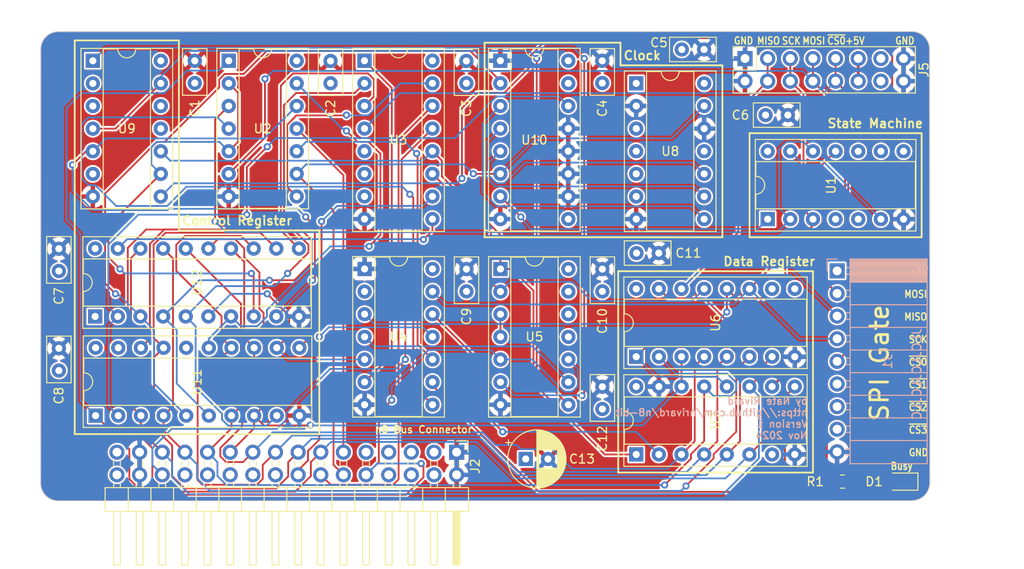
<source format=kicad_pcb>
(kicad_pcb (version 20240108) (generator "pcbnew") (generator_version "8.0")
  (layers (0 "F.Cu" signal) (1 "In1.Cu" power "GND") (2 "In2.Cu" power "PWR") (31 "B.Cu" signal) (34 "B.Paste" user) (35 "F.Paste" user) (36 "B.SilkS" user "B.Silkscreen") (37 "F.SilkS" user "F.Silkscreen") (38 "B.Mask" user) (39 "F.Mask" user) (44 "Edge.Cuts" user))
  (net 0 "")
  (net 1 "+5V")
  (net 2 "GND")
  (net 3 "/D0")
  (net 4 "/D1")
  (net 5 "/D2")
  (net 6 "/D3")
  (net 7 "/D4")
  (net 8 "/D5")
  (net 9 "~{CS}")
  (net 10 "/D6")
  (net 11 "R~{W}")
  (net 12 "CLK")
  (net 13 "~{IRQ}")
  (net 14 "~{RES}")
  (net 15 "/D7")
  (net 16 "A0")
  (net 17 "~{CS2}")
  (net 18 "~{CS1}")
  (net 19 "~{CS0}")
  (net 20 "SPI_CLK")
  (net 21 "MISO")
  (net 22 "MOSI")
  (net 23 "IEN")
  (net 24 "ITC")
  (net 25 "DIV_CLK")
  (net 26 "RUNNING")
  (net 27 "TX_COMPLETE")
  (net 29 "Net-(U2-Pad4)")
  (net 30 "Net-(U2-Pad10)")
  (net 35 "DEN")
  (net 36 "~{DATA_WR}")
  (net 37 "~{DATA_RD}")
  (net 38 "SEL1")
  (net 40 "SEL0")
  (net 45 "Net-(U1A-Q3)")
  (net 46 "~{CS}_{QUAL}")
  (net 47 "Net-(U1A-MR)")
  (net 48 "DIV0")
  (net 49 "DIV1")
  (net 51 "~{CTRL_RD}")
  (net 52 "~{CTRL_WR}")
  (net 59 "Net-(U3A-E)")
  (net 60 "~{SPI_CLK}")
  (net 61 "Net-(U4-Pad4)")
  (net 62 "Net-(U7-Q7)")
  (net 63 "~{TX_COMPLETE_RES}")
  (net 64 "Net-(U5-Pad3)")
  (net 65 "~{ITC_RES}")
  (net 69 "Net-(U10-I1a)")
  (net 70 "Net-(U10-I2a)")
  (net 75 "Net-(U10-I3a)")
  (net 77 "Net-(D1-A)")
  (net 83 "~{CS3}")
  (net 84 "Net-(D1-K)")
  (footprint "Connector_PinHeader_2.54mm:PinHeader_2x16_P2.54mm_Horizontal" (layer "F.Cu") (at 147.2311 112.522 -90)
    (property "Reference" "J2")
    (property "Value" "n8 Bus Connector")
  )
  (footprint "Package_DIP:DIP-14_W7.62mm_Socket" (layer "F.Cu") (at 106.426 68.58)
    (property "Reference" "U9")
    (property "Value" "74HC74")
  )
  (footprint "Package_DIP:DIP-14_W7.62mm_Socket" (layer "F.Cu") (at 136.906 91.948)
    (property "Reference" "U4")
    (property "Value" "74HC04")
  )
  (footprint "Package_DIP:DIP-16_W7.62mm_Socket" (layer "F.Cu") (at 167.376 112.776 90)
    (property "Reference" "U7")
    (property "Value" "74HC165")
  )
  (footprint "Package_DIP:DIP-14_W7.62mm_Socket" (layer "F.Cu") (at 167.376 71.115)
    (property "Reference" "U8")
    (property "Value" "74LS393")
  )
  (footprint "Package_DIP:DIP-16_W7.62mm_Socket" (layer "F.Cu") (at 167.376 101.8032 90)
    (property "Reference" "U6")
    (property "Value" "74HC595")
  )
  (footprint "Package_DIP:DIP-20_W7.62mm_Socket" (layer "F.Cu") (at 106.685 97.282 90)
    (property "Reference" "U12")
    (property "Value" "74HC245")
  )
  (footprint "Package_DIP:DIP-20_W7.62mm_Socket" (layer "F.Cu") (at 106.7358 108.41736 90)
    (property "Reference" "U11")
    (property "Value" "74HC273")
  )
  (footprint "Package_DIP:DIP-16_W7.62mm_Socket" (layer "F.Cu") (at 136.896 68.57)
    (property "Reference" "U3")
    (property "Value" "74LS139")
  )
  (footprint "Package_DIP:DIP-16_W7.62mm_Socket" (layer "F.Cu") (at 152.136 68.57)
    (property "Reference" "U10")
    (property "Value" "74LS153")
  )
  (footprint "Connector_PinSocket_2.54mm:PinSocket_2x08_P2.54mm_Vertical" (layer "F.Cu") (at 179.578 68.326 90)
    (property "Reference" "J5")
    (property "Value" "SD_CARD_PORT")
  )
  (footprint "Capacitor_THT:C_Disc_D5.0mm_W2.5mm_P2.50mm" (layer "F.Cu") (at 172.486 67.31)
    (property "Reference" "C5")
    (property "Value" "100nf")
  )
  (footprint "Capacitor_THT:C_Disc_D5.0mm_W2.5mm_P2.50mm" (layer "F.Cu") (at 163.566 71.08 90)
    (property "Reference" "C4")
    (property "Value" "100nf")
  )
  (footprint "Capacitor_THT:C_Disc_D5.0mm_W2.5mm_P2.50mm" (layer "F.Cu") (at 167.406 90.17)
    (property "Reference" "C11")
    (property "Value" "100nf")
  )
  (footprint "Package_DIP:DIP-14_W7.62mm_Socket" (layer "F.Cu") (at 152.146 91.953)
    (property "Reference" "U5")
    (property "Value" "74LS08")
  )
  (footprint "Package_DIP:DIP-14_W7.62mm_Socket" (layer "F.Cu") (at 182.118 86.36 90)
    (property "Reference" "U1")
    (property "Value" "74LS393")
  )
  (footprint "LED_SMD:LED_0805_2012Metric_Pad1.15x1.40mm_HandSolder" (layer "F.Cu") (at 197.113 115.824 180)
    (property "Reference" "D1")
    (property "Value" "LED")
  )
  (footprint "Capacitor_THT:CP_Radial_D6.3mm_P2.50mm" (layer "F.Cu") (at 154.98 113.284)
    (property "Reference" "C13")
    (property "Value" "220uf")
  )
  (footprint "Capacitor_THT:C_Disc_D5.0mm_W2.5mm_P2.50mm" (layer "F.Cu") (at 163.576 107.676 90)
    (property "Reference" "C12")
    (property "Value" "100nf")
  )
  (footprint "Capacitor_THT:C_Disc_D5.0mm_W2.5mm_P2.50mm" (layer "F.Cu") (at 163.576 94.468 90)
    (property "Reference" "C10")
    (property "Value" "100nf")
  )
  (footprint "Capacitor_THT:C_Disc_D5.0mm_W2.5mm_P2.50mm" (layer "F.Cu") (at 133.086 71.1 90)
    (property "Reference" "C2")
    (property "Value" "100nf")
  )
  (footprint "Capacitor_THT:C_Disc_D5.0mm_W2.5mm_P2.50mm" (layer "F.Cu") (at 181.884 74.676)
    (property "Reference" "C6")
    (property "Value" "100nf")
  )
  (footprint "Capacitor_THT:C_Disc_D5.0mm_W2.5mm_P2.50mm" (layer "F.Cu") (at 148.336 94.468 90)
    (property "Reference" "C9")
    (property "Value" "100nf")
  )
  (footprint "Package_DIP:DIP-14_W7.62mm_Socket" (layer "F.Cu") (at 121.666 68.575)
    (property "Reference" "U2")
    (property "Value" "74HC00")
  )
  (footprint "Resistor_SMD:R_0805_2012Metric_Pad1.20x1.40mm_HandSolder" (layer "F.Cu") (at 190.516 115.824)
    (property "Reference" "R1")
    (property "Value" "330R")
  )
  (footprint "Capacitor_THT:C_Disc_D5.0mm_W2.5mm_P2.50mm" (layer "F.Cu") (at 117.856 71.08 90)
    (property "Reference" "C1")
    (property "Value" "100nf")
  )
  (footprint "Capacitor_THT:C_Disc_D5.0mm_W2.5mm_P2.50mm" (layer "F.Cu") (at 148.326 71.1 90)
    (property "Reference" "C3")
    (property "Value" "100nf")
  )
  (footprint "Capacitor_THT:C_Disc_D5.0mm_W2.5mm_P2.50mm" (layer "F.Cu") (at 102.616 103.358 90)
    (property "Reference" "C8")
    (property "Value" "100nf")
  )
  (footprint "Capacitor_THT:C_Disc_D5.0mm_W2.5mm_P2.50mm" (layer "F.Cu") (at 102.616 92.182 90)
    (property "Reference" "C7")
    (property "Value" "100nf")
  )
  (footprint "Connector_PinSocket_2.54mm:PinSocket_1x09_P2.54mm_Horizontal" (layer "B.Cu") (at 189.91 92.162 180)
    (property "Reference" "J1")
    (property "Value" "Conn_01x09")
  )
  (gr_line (start 180.086 76.708) (end 199.39 76.708) (stroke (width 0.2)) (layer "F.SilkS"))
  (gr_line (start 165.608 66.548) (end 150.368 66.548) (stroke (width 0.2)) (layer "F.SilkS"))
  (gr_line (start 187.198 114.808) (end 187.198 92.202) (stroke (width 0.2)) (layer "F.SilkS"))
  (gr_line (start 165.354 92.202) (end 165.354 114.808) (stroke (width 0.2)) (layer "F.SilkS"))
  (gr_line (start 199.39 88.392) (end 180.086 88.392) (stroke (width 0.2)) (layer "F.SilkS"))
  (gr_line (start 177.038 69.088) (end 165.608 69.088) (stroke (width 0.2)) (layer "F.SilkS"))
  (gr_line (start 104.394 110.49) (end 131.826 110.49) (stroke (width 0.2)) (layer "F.SilkS"))
  (gr_line (start 104.394 66.294) (end 104.394 110.49) (stroke (width 0.2)) (layer "F.SilkS"))
  (gr_line (start 199.39 76.708) (end 199.39 88.392) (stroke (width 0.2)) (layer "F.SilkS"))
  (gr_line (start 177.038 88.392) (end 150.368 88.392) (stroke (width 0.2)) (layer "F.SilkS"))
  (gr_line (start 131.826 87.63) (end 116.078 87.63) (stroke (width 0.2)) (layer "F.SilkS"))
  (gr_line (start 180.086 88.392) (end 180.086 76.708) (stroke (width 0.2)) (layer "F.SilkS"))
  (gr_line (start 150.368 66.548) (end 150.368 88.392) (stroke (width 0.2)) (layer "F.SilkS"))
  (gr_line (start 131.826 110.49) (end 131.826 87.63) (stroke (width 0.2)) (layer "F.SilkS"))
  (gr_line (start 187.198 92.202) (end 165.354 92.202) (stroke (width 0.2)) (layer "F.SilkS"))
  (gr_line (start 165.354 114.808) (end 187.198 114.808) (stroke (width 0.2)) (layer "F.SilkS"))
  (gr_line (start 165.608 66.548) (end 165.608 69.088) (stroke (width 0.2)) (layer "F.SilkS"))
  (gr_line (start 177.038 69.088) (end 177.038 88.392) (stroke (width 0.2)) (layer "F.SilkS"))
  (gr_line (start 116.078 87.63) (end 116.078 66.294) (stroke (width 0.2)) (layer "F.SilkS"))
  (gr_line (start 116.078 66.294) (end 104.394 66.294) (stroke (width 0.2)) (layer "F.SilkS"))
  (gr_arc (start 100.574592 67.28773) (mid 101.150146 65.887836) (end 102.546605 65.304) (stroke (width 0.1)) (layer "Edge.Cuts"))
  (gr_arc (start 102.550759 117.986977) (mid 101.150851 117.411425) (end 100.567031 116.014946) (stroke (width 0.1)) (layer "Edge.Cuts"))
  (gr_line (start 102.550759 117.986977) (end 198.283359 117.972559) (stroke (width 0.05)) (layer "Edge.Cuts"))
  (gr_arc (start 200.315359 115.940559) (mid 199.720212 117.377412) (end 198.283359 117.972559) (stroke (width 0.1)) (layer "Edge.Cuts"))
  (gr_line (start 200.283918 67.259523) (end 200.315359 115.940559) (stroke (width 0.1)) (layer "Edge.Cuts"))
  (gr_line (start 102.546605 65.304) (end 198.300189 65.287469) (stroke (width 0.1)) (layer "Edge.Cuts"))
  (gr_line (start 100.56703 116.014946) (end 100.574592 67.287729) (stroke (width 0.1)) (layer "Edge.Cuts"))
  (gr_arc (start 198.300189 65.287469) (mid 199.700122 65.863013) (end 200.283918 67.259523) (stroke (width 0.1)) (layer "Edge.Cuts"))
  (gr_text "by Nate Rivard\nhttps://github.com/nrivard/n8-bit\nVersion 1\nNov 2024" (at 186.69 108.712 0) (layer "B.SilkS") (effects (font (size 0.8 0.8)) (justify left mirror)))
  (gr_text "JLCJLCJLCJLC" (at 199.4408 98.512 90) (layer "B.SilkS") (effects (font (size 1 1)) (justify left bottom mirror)))
  (gr_text "n8 Bus Connector" (at 143.51 109.982 0) (layer "F.SilkS") (effects (font (size 0.8 0.8))))
  (gr_text "MOSI" (at 197.358 95.25 0) (layer "F.SilkS") (effects (font (size 0.8 0.7)) (justify left bottom)))
  (gr_text "~{CS2}" (at 197.866 107.95 0) (layer "F.SilkS") (effects (font (size 0.8 0.7)) (justify left bottom)))
  (gr_text "~{CS0}" (at 188.722 66.802 0) (layer "F.SilkS") (effects (font (size 0.8 0.7)) (justify left bottom)))
  (gr_text "MOSI" (at 185.928 66.802 0) (layer "F.SilkS") (effects (font (size 0.8 0.7)) (justify left bottom)))
  (gr_text "~{CS3}" (at 197.866 110.49 0) (layer "F.SilkS") (effects (font (size 0.8 0.7)) (justify left bottom)))
  (gr_text "SCK" (at 183.642 66.802 0) (layer "F.SilkS") (effects (font (size 0.8 0.7)) (justify left bottom)))
  (gr_text "+5V" (at 197.866 92.71 0) (layer "F.SilkS") (effects (font (size 0.8 0.7)) (justify left bottom)))
  (gr_text "MISO" (at 180.848 66.802 0) (layer "F.SilkS") (effects (font (size 0.8 0.7)) (justify left bottom)))
  (gr_text "GND" (at 178.248 66.802 0) (layer "F.SilkS") (effects (font (size 0.8 0.7)) (justify left bottom)))
  (gr_text "Clock" (at 165.862 68.58 0) (layer "F.SilkS") (effects (font (size 1 1) (thickness 0.2) (bold yes)) (justify left bottom)))
  (gr_text "SCK" (at 197.866 100.33 0) (layer "F.SilkS") (effects (font (size 0.8 0.7)) (justify left bottom)))
  (gr_text "Data Register" (at 177.038 91.694 0) (layer "F.SilkS") (effects (font (size 1 1) (thickness 0.2) (bold yes)) (justify left bottom)))
  (gr_text "~{CS1}" (at 197.866 105.41 0) (layer "F.SilkS") (effects (font (size 0.8 0.7)) (justify left bottom)))
  (gr_text "State Machine" (at 188.722 76.2 0) (layer "F.SilkS") (effects (font (size 1 1) (thickness 0.2) (bold yes)) (justify left bottom)))
  (gr_text "GND" (at 196.342 66.802 0) (layer "F.SilkS") (effects (font (size 0.8 0.7)) (justify left bottom)))
  (gr_text "~{CS0}" (at 197.866 102.87 0) (layer "F.SilkS") (effects (font (size 0.8 0.7)) (justify left bottom)))
  (gr_text "GND" (at 197.866 113.03 0) (layer "F.SilkS") (effects (font (size 0.8 0.7)) (justify left bottom)))
  (gr_text "Busy" (at 195.834 114.554 0) (layer "F.SilkS") (effects (font (size 0.8 0.7)) (justify left bottom)))
  (gr_text "Control Register" (at 116.332 87.122 0) (layer "F.SilkS") (effects (font (size 1 1) (thickness 0.2) (bold yes)) (justify left bottom)))
  (gr_text "MISO" (at 197.358 97.79 0) (layer "F.SilkS") (effects (font (size 0.8 0.7)) (justify left bottom)))
  (gr_text "SPI Gate" (at 195.834 109.22 90) (layer "F.SilkS") (effects (font (size 2 2) (thickness 0.3)) (justify left bottom)))
  (gr_text "+5V" (at 190.754 66.802 0) (layer "F.SilkS") (effects (font (size 0.8 0.7)) (justify left bottom)))
  (segment (start 183.766 104.006) (end 185.794 104.006) (width 0.3) (layer "F.Cu") (net 1))
  (segment (start 185.794 104.006) (end 188.71 106.922) (width 0.3) (layer "F.Cu") (net 1))
  (segment (start 188.71 115.018) (end 189.516 115.824) (width 0.3) (layer "F.Cu") (net 1))
  (segment (start 192.278 68.326) (end 192.278 70.866) (width 0.3) (layer "F.Cu") (net 1))
  (segment (start 182.616 105.156) (end 183.766 104.006) (width 0.3) (layer "F.Cu") (net 1))
  (segment (start 188.71 106.922) (end 188.71 115.018) (width 0.3) (layer "F.Cu") (net 1))
  (segment (start 179.578 68.326) (end 179.578 70.866) (width 0.3) (layer "F.Cu") (net 2))
  (segment (start 197.358 68.326) (end 197.358 70.866) (width 0.3) (layer "F.Cu") (net 2))
  (segment (start 170.976 95.2432) (end 175.015067 95.2432) (width 0.2) (layer "F.Cu") (net 3))
  (segment (start 110.705 90.722) (end 110.705 107.30656) (width 0.2) (layer "F.Cu") (net 3))
  (segment (start 169.916 94.1832) (end 170.976 95.2432) (width 0.2) (layer "F.Cu") (net 3))
  (segment (start 111.8158 108.41736) (end 111.8158 110.1267) (width 0.2) (layer "F.Cu") (net 3))
  (segment (start 111.8158 110.1267) (end 114.2111 112.522) (width 0.2) (layer "F.Cu") (net 3))
  (segment (start 111.765 89.662) (end 110.705 90.722) (width 0.2) (layer "F.Cu") (net 3))
  (segment (start 175.015067 95.2432) (end 181.136 101.364133) (width 0.2) (layer "F.Cu") (net 3))
  (segment (start 110.705 107.30656) (end 111.8158 108.41736) (width 0.2) (layer "F.Cu") (net 3))
  (segment (start 181.136 101.364133) (end 181.136 104.096) (width 0.2) (layer "F.Cu") (net 3))
  (segment (start 181.136 104.096) (end 180.076 105.156) (width 0.2) (layer "F.Cu") (net 3))
  (segment (start 177.126067 117.225) (end 117.225 117.225) (width 0.2) (layer "B.Cu") (net 3))
  (segment (start 115.3211 113.632) (end 114.2111 112.522) (width 0.2) (layer "B.Cu") (net 3))
  (segment (start 181.136 106.216) (end 181.136 113.215067) (width 0.2) (layer "B.Cu") (net 3))
  (segment (start 181.136 113.215067) (end 177.126067 117.225) (width 0.2) (layer "B.Cu") (net 3))
  (segment (start 180.076 105.156) (end 181.136 106.216) (width 0.2) (layer "B.Cu") (net 3))
  (segment (start 115.3211 115.3211) (end 115.3211 113.632) (width 0.2) (layer "B.Cu") (net 3))
  (segment (start 117.225 117.225) (end 115.3211 115.3211) (width 0.2) (layer "B.Cu") (net 3))
  (segment (start 177.975067 100.7432) (end 178.596 101.364133) (width 0.2) (layer "F.Cu") (net 4))
  (segment (start 114.305 89.662) (end 115.4158 90.7728) (width 0.2) (layer "F.Cu") (net 4))
  (segment (start 114.3558 108.41736) (end 114.3558 110.1267) (width 0.2) (layer "F.Cu") (net 4))
  (segment (start 115.4158 107.35736) (end 114.3558 108.41736) (width 0.2) (layer "F.Cu") (net 4))
  (segment (start 172.956533 116.314533) (end 176.056 113.215067) (width 0.2) (layer "F.Cu") (net 4))
  (segment (start 167.376 101.8032) (end 168.436 100.7432) (width 0.2) (layer "F.Cu") (net 4))
  (segment (start 114.3558 110.1267) (end 116.7511 112.522) (width 0.2) (layer "F.Cu") (net 4))
  (segment (start 176.056 112.756933) (end 176.056 113.215067) (width 0.2) (layer "F.Cu") (net 4))
  (segment (start 178.596 101.364133) (end 178.596 110.216933) (width 0.2) (layer "F.Cu") (net 4))
  (segment (start 115.4158 90.7728) (end 115.4158 107.35736) (width 0.2) (layer "F.Cu") (net 4))
  (segment (start 168.436 100.7432) (end 177.975067 100.7432) (width 0.2) (layer "F.Cu") (net 4))
  (segment (start 178.596 110.216933) (end 176.056 112.756933) (width 0.2) (layer "F.Cu") (net 4))
  (via (at 172.956533 116.314533) (size 0.8) (drill 0.4) (layers "F.Cu" "B.Cu") (net 4))
  (segment (start 167.376 101.8032) (end 169.6288 104.056) (width 0.2) (layer "B.Cu") (net 4))
  (segment (start 169.6288 104.056) (end 176.436 104.056) (width 0.2) (layer "B.Cu") (net 4))
  (segment (start 118.11 113.8809) (end 116.7511 112.522) (width 0.2) (layer "B.Cu") (net 4))
  (segment (start 172.406066 116.865) (end 119.524322 116.865) (width 0.2) (layer "B.Cu") (net 4))
  (segment (start 118.11 115.450678) (end 118.11 113.8809) (width 0.2) (layer "B.Cu") (net 4))
  (segment (start 172.956533 116.314533) (end 172.406066 116.865) (width 0.2) (layer "B.Cu") (net 4))
  (segment (start 176.436 104.056) (end 177.536 105.156) (width 0.2) (layer "B.Cu") (net 4))
  (segment (start 119.524322 116.865) (end 118.11 115.450678) (width 0.2) (layer "B.Cu") (net 4))
  (segment (start 174.996 111.262) (end 173.516 112.742) (width 0.2) (layer "F.Cu") (net 5))
  (segment (start 170.688 116.078) (end 170.561 116.205) (width 0.2) (layer "F.Cu") (net 5))
  (segment (start 123.19 107.20316) (end 121.9758 108.41736) (width 0.2) (layer "F.Cu") (net 5))
  (segment (start 121.9758 109.8373) (end 119.2911 112.522) (width 0.2) (layer "F.Cu") (net 5))
  (segment (start 123.0358 107.35736) (end 121.9758 108.41736) (width 0.2) (layer "F.Cu") (net 5))
  (segment (start 123.0358 95.8528) (end 123.0358 107.35736) (width 0.2) (layer "F.Cu") (net 5))
  (segment (start 173.516 113.25) (end 170.688 116.078) (width 0.2) (layer "F.Cu") (net 5))
  (segment (start 173.516 112.742) (end 173.516 113.25) (width 0.2) (layer "F.Cu") (net 5))
  (segment (start 174.996 105.156) (end 174.996 111.262) (width 0.2) (layer "F.Cu") (net 5))
  (segment (start 121.9758 108.41736) (end 121.9758 109.8373) (width 0.2) (layer "F.Cu") (net 5))
  (segment (start 116.845 89.662) (end 123.0358 95.8528) (width 0.2) (layer "F.Cu") (net 5))
  (via (at 170.561 116.205) (size 0.8) (drill 0.4) (layers "F.Cu" "B.Cu") (net 5))
  (segment (start 170.554 116.212) (end 121.411322 116.212) (width 0.2) (layer "B.Cu") (net 5))
  (segment (start 170.561 116.205) (end 170.554 116.212) (width 0.2) (layer "B.Cu") (net 5))
  (segment (start 171.8088 103.696) (end 177.575067 103.696) (width 0.2) (layer "B.Cu") (net 5))
  (segment (start 121.411322 116.212) (end 120.4011 115.201778) (width 0.2) (layer "B.Cu") (net 5))
  (segment (start 120.4011 115.201778) (end 120.4011 113.632) (width 0.2) (layer "B.Cu") (net 5))
  (segment (start 178.596 104.716933) (end 178.596 105.595067) (width 0.2) (layer "B.Cu") (net 5))
  (segment (start 178.596 105.595067) (end 177.975067 106.216) (width 0.2) (layer "B.Cu") (net 5))
  (segment (start 177.575067 103.696) (end 178.596 104.716933) (width 0.2) (layer "B.Cu") (net 5))
  (segment (start 120.4011 113.632) (end 119.2911 112.522) (width 0.2) (layer "B.Cu") (net 5))
  (segment (start 176.056 106.216) (end 174.996 105.156) (width 0.2) (layer "B.Cu") (net 5))
  (segment (start 177.975067 106.216) (end 176.056 106.216) (width 0.2) (layer "B.Cu") (net 5))
  (segment (start 169.916 101.8032) (end 171.8088 103.696) (width 0.2) (layer "B.Cu") (net 5))
  (segment (start 125.116 96.414) (end 125.5758 96.8738) (width 0.2) (layer "F.Cu") (net 6))
  (segment (start 124.5158 109.8373) (end 121.8311 112.522) (width 0.2) (layer "F.Cu") (net 6))
  (segment (start 119.385 89.662) (end 120.445 88.602) (width 0.2) (layer "F.Cu") (net 6))
  (segment (start 172.456 101.8032) (end 172.456 105.156) (width 0.2) (layer "F.Cu") (net 6))
  (segment (start 123.405 90.632883) (end 125.116 92.343883) (width 0.2) (layer "F.Cu") (net 6))
  (segment (start 130.76664 109.51736) (end 125.6158 109.51736) (width 0.2) (layer "F.Cu") (net 6))
  (segment (start 130.81 109.474) (end 130.76664 109.51736) (width 0.2) (layer "F.Cu") (net 6))
  (segment (start 123.405 89.642933) (end 123.405 90.632883) (width 0.2) (layer "F.Cu") (net 6))
  (segment (start 125.6158 109.51736) (end 124.5158 108.41736) (width 0.2) (layer "F.Cu") (net 6))
  (segment (start 124.5158 108.41736) (end 124.5158 109.8373) (width 0.2) (layer "F.Cu") (net 6))
  (segment (start 125.116 92.343883) (end 125.116 96.414) (width 0.2) (layer "F.Cu") (net 6))
  (segment (start 120.445 88.602) (end 122.364067 88.602) (width 0.2) (layer "F.Cu") (net 6))
  (segment (start 122.364067 88.602) (end 123.405 89.642933) (width 0.2) (layer "F.Cu") (net 6))
  (segment (start 125.5758 107.35736) (end 124.5158 108.41736) (width 0.2) (layer "F.Cu") (net 6))
  (segment (start 125.5758 96.8738) (end 125.5758 107.35736) (width 0.2) (layer "F.Cu") (net 6))
  (via (at 130.81 109.474) (size 0.8) (drill 0.4) (layers "F.Cu" "B.Cu") (net 6))
  (segment (start 172.456 105.156) (end 168.09464 109.51736) (width 0.2) (layer "B.Cu") (net 6))
  (segment (start 168.09464 109.51736) (end 130.85336 109.51736) (width 0.2) (layer "B.Cu") (net 6))
  (segment (start 130.85336 109.51736) (end 130.81 109.474) (width 0.2) (layer "B.Cu") (net 6))
  (segment (start 173.936 102.8632) (end 173.936 111.296) (width 0.2) (layer "F.Cu") (net 7))
  (segment (start 123.19 109.593322) (end 120.7211 112.062222) (width 0.2) (layer "F.Cu") (net 7))
  (segment (start 124.5158 100.79736) (end 124.5158 106.918293) (width 0.2) (layer "F.Cu") (net 7))
  (segment (start 174.996 101.8032) (end 173.936 102.8632) (width 0.2) (layer "F.Cu") (net 7))
  (segment (start 123.405 91.142) (end 123.405 99.68656) (width 0.2) (layer "F.Cu") (net 7))
  (segment (start 123.405 99.68656) (end 124.5158 100.79736) (width 0.2) (layer "F.Cu") (net 7))
  (segment (start 123.2611 113.632) (end 124.3711 112.522) (width 0.2) (layer "F.Cu") (net 7))
  (segment (start 120.7211 112.981778) (end 121.371322 113.632) (width 0.2) (layer "F.Cu") (net 7))
  (segment (start 121.371322 113.632) (end 123.2611 113.632) (width 0.2) (layer "F.Cu") (net 7))
  (segment (start 123.19 108.244093) (end 123.19 109.593322) (width 0.2) (layer "F.Cu") (net 7))
  (segment (start 173.936 111.296) (end 172.456 112.776) (width 0.2) (layer "F.Cu") (net 7))
  (segment (start 121.925 89.662) (end 123.405 91.142) (width 0.2) (layer "F.Cu") (net 7))
  (segment (start 124.5158 106.918293) (end 123.19 108.244093) (width 0.2) (layer "F.Cu") (net 7))
  (segment (start 120.7211 112.062222) (end 120.7211 112.981778) (width 0.2) (layer "F.Cu") (net 7))
  (segment (start 151.597117 111.718) (end 150.171117 110.292) (width 0.2) (layer "B.Cu") (net 7))
  (segment (start 170.848 114.384) (end 160.135635 114.384) (width 0.2) (layer "B.Cu") (net 7))
  (segment (start 126.6011 110.292) (end 124.3711 112.522) (width 0.2) (layer "B.Cu") (net 7))
  (segment (start 154.432 112.184) (end 153.966 111.718) (width 0.2) (layer "B.Cu") (net 7))
  (segment (start 150.171117 110.292) (end 126.6011 110.292) (width 0.2) (layer "B.Cu") (net 7))
  (segment (start 172.456 112.776) (end 170.848 114.384) (width 0.2) (layer "B.Cu") (net 7))
  (segment (start 160.135635 114.384) (end 157.935635 112.184) (width 0.2) (layer "B.Cu") (net 7))
  (segment (start 153.966 111.718) (end 151.597117 111.718) (width 0.2) (layer "B.Cu") (net 7))
  (segment (start 157.935635 112.184) (end 154.432 112.184) (width 0.2) (layer "B.Cu") (net 7))
  (segment (start 115.785 89.222933) (end 115.785 92.163) (width 0.2) (layer "F.Cu") (net 8))
  (segment (start 123.045 88.242) (end 116.765933 88.242) (width 0.2) (layer "F.Cu") (net 8))
  (segment (start 176.476 111.296) (end 174.996 112.776) (width 0.2) (layer "F.Cu") (net 8))
  (segment (start 118.1811 104.59206) (end 121.9758 100.79736) (width 0.2) (layer "F.Cu") (net 8))
  (segment (start 176.476 102.8632) (end 176.476 111.296) (width 0.2) (layer "F.Cu") (net 8))
  (segment (start 177.536 101.8032) (end 176.476 102.8632) (width 0.2) (layer "F.Cu") (net 8))
  (segment (start 124.830878 116.172) (end 118.712 116.172) (width 0.2) (layer "F.Cu") (net 8))
  (segment (start 118.1811 115.6411) (end 118.1811 104.59206) (width 0.2) (layer "F.Cu") (net 8))
  (segment (start 125.4811 113.952) (end 125.4811 115.521778) (width 0.2) (layer "F.Cu") (net 8))
  (segment (start 120.865 97.243) (end 120.865 99.68656) (width 0.2) (layer "F.Cu") (net 8))
  (segment (start 124.465 89.662) (end 123.045 88.242) (width 0.2) (layer "F.Cu") (net 8))
  (segment (start 115.785 92.163) (end 120.865 97.243) (width 0.2) (layer "F.Cu") (net 8))
  (segment (start 118.712 116.172) (end 118.1811 115.6411) (width 0.2) (layer "F.Cu") (net 8))
  (segment (start 126.9111 112.522) (end 125.4811 113.952) (width 0.2) (layer "F.Cu") (net 8))
  (segment (start 125.4811 115.521778) (end 124.830878 116.172) (width 0.2) (layer "F.Cu") (net 8))
  (segment (start 116.765933 88.242) (end 115.785 89.222933) (width 0.2) (layer "F.Cu") (net 8))
  (segment (start 120.865 99.68656) (end 121.9758 100.79736) (width 0.2) (layer "F.Cu") (net 8))
  (segment (start 150.022 110.652) (end 128.7811 110.652) (width 0.2) (layer "B.Cu") (net 8))
  (segment (start 154.114 114.744) (end 150.022 110.652) (width 0.2) (layer "B.Cu") (net 8))
  (segment (start 174.996 112.776) (end 173.028 114.744) (width 0.2) (layer "B.Cu") (net 8))
  (segment (start 173.028 114.744) (end 154.114 114.744) (width 0.2) (layer "B.Cu") (net 8))
  (segment (start 128.7811 110.652) (end 126.9111 112.522) (width 0.2) (layer "B.Cu") (net 8))
  (segment (start 130.5611 113.442883) (end 129.4511 114.552883) (width 0.2) (layer "F.Cu") (net 9))
  (segment (start 131.826 99.568) (end 131.826 111.117322) (width 0.2) (layer "F.Cu") (net 9))
  (segment (start 130.5611 112.382222) (end 130.5611 113.442883) (width 0.2) (layer "F.Cu") (net 9))
  (segment (start 131.826 111.117322) (end 130.5611 112.382222) (width 0.2) (layer "F.Cu") (net 9))
  (via (at 131.826 99.568) (size 0.8) (drill 0.4) (layers "F.Cu" "B.Cu") (net 9))
  (segment (start 131.826 99.568) (end 132.886 98.508) (width 0.2) (layer "B.Cu") (net 9))
  (segment (start 143.466 98.508) (end 144.526 99.568) (width 0.2) (layer "B.Cu") (net 9))
  (segment (start 132.886 98.508) (end 143.466 98.508) (width 0.2) (layer "B.Cu") (net 9))
  (segment (start 128.3411 115.2449) (end 127 116.586) (width 0.2) (layer "F.Cu") (net 10))
  (segment (start 128.3411 113.632) (end 128.3411 115.2449) (width 0.2) (layer "F.Cu") (net 10))
  (segment (start 125.225 87.882) (end 114.585933 87.882) (width 0.2) (layer "F.Cu") (net 10))
  (segment (start 127.005 89.662) (end 125.225 87.882) (width 0.2) (layer "F.Cu") (net 10))
  (segment (start 114.585933 87.882) (end 113.245 89.222933) (width 0.2) (layer "F.Cu") (net 10))
  (segment (start 115.3211 115.201778) (end 115.3211 111.7651) (width 0.2) (layer "F.Cu") (net 10))
  (segment (start 113.2958 101.85736) (end 114.3558 100.79736) (width 0.2) (layer "F.Cu") (net 10))
  (segment (start 113.245 89.222933) (end 113.245 99.68656) (width 0.2) (layer "F.Cu") (net 10))
  (segment (start 180.076 101.8032) (end 179.016 102.8632) (width 0.2) (layer "F.Cu") (net 10))
  (segment (start 127 116.586) (end 116.705322 116.586) (width 0.2) (layer "F.Cu") (net 10))
  (segment (start 179.016 111.296) (end 177.536 112.776) (width 0.2) (layer "F.Cu") (net 10))
  (segment (start 113.2958 109.7398) (end 113.2958 101.85736) (width 0.2) (layer "F.Cu") (net 10))
  (segment (start 116.705322 116.586) (end 115.3211 115.201778) (width 0.2) (layer "F.Cu") (net 10))
  (segment (start 179.016 102.8632) (end 179.016 111.296) (width 0.2) (layer "F.Cu") (net 10))
  (segment (start 129.4511 112.522) (end 128.3411 113.632) (width 0.2) (layer "F.Cu") (net 10))
  (segment (start 115.3211 111.7651) (end 113.2958 109.7398) (width 0.2) (layer "F.Cu") (net 10))
  (segment (start 113.245 99.68656) (end 114.3558 100.79736) (width 0.2) (layer "F.Cu") (net 10))
  (segment (start 130.9611 111.012) (end 129.4511 112.522) (width 0.2) (layer "B.Cu") (net 10))
  (segment (start 149.872884 111.012) (end 130.9611 111.012) (width 0.2) (layer "B.Cu") (net 10))
  (segment (start 177.536 112.776) (end 175.208 115.104) (width 0.2) (layer "B.Cu") (net 10))
  (segment (start 175.208 115.104) (end 153.964884 115.104) (width 0.2) (layer "B.Cu") (net 10))
  (segment (start 153.964884 115.104) (end 149.872884 111.012) (width 0.2) (layer "B.Cu") (net 10))
  (segment (start 140.114 116.172) (end 140.716 115.57) (width 0.2) (layer "F.Cu") (net 11))
  (segment (start 140.7211 107.1931) (end 140.7211 115.521778) (width 0.2) (layer "F.Cu") (net 11))
  (segment (start 140.712 107.184) (end 140.7211 107.1931) (width 0.2) (layer "F.Cu") (net 11))
  (segment (start 140.712 107.184) (end 140.712 77.454) (width 0.2) (layer "F.Cu") (net 11))
  (segment (start 131.9911 115.062) (end 133.1011 116.172) (width 0.2) (layer "F.Cu") (net 11))
  (segment (start 133.1011 116.172) (end 140.114 116.172) (width 0.2) (layer "F.Cu") (net 11))
  (segment (start 140.712 77.454) (end 144.516 73.65) (width 0.2) (layer "F.Cu") (net 11))
  (segment (start 133.4211 113.952) (end 133.4211 85.4101) (width 0.2) (layer "F.Cu") (net 12))
  (segment (start 133.4211 85.4101) (end 129.286 81.275) (width 0.2) (layer "F.Cu") (net 12))
  (segment (start 152.136 81.27) (end 149.108 81.27) (width 0.2) (layer "F.Cu") (net 12))
  (segment (start 134.5311 115.062) (end 133.4211 113.952) (width 0.2) (layer "F.Cu") (net 12))
  (via (at 149.108 81.27) (size 0.8) (drill 0.4) (layers "F.Cu" "B.Cu") (net 12))
  (segment (start 171.361 77.29) (end 156.116 77.29) (width 0.2) (layer "B.Cu") (net 12))
  (segment (start 156.116 77.29) (end 152.136 81.27) (width 0.2) (layer "B.Cu") (net 12))
  (segment (start 148.048 80.21) (end 130.351 80.21) (width 0.2) (layer "B.Cu") (net 12))
  (segment (start 174.996 73.655) (end 171.361 77.29) (width 0.2) (layer "B.Cu") (net 12))
  (segment (start 130.351 80.21) (end 129.286 81.275) (width 0.2) (layer "B.Cu") (net 12))
  (segment (start 149.108 81.27) (end 148.048 80.21) (width 0.2) (layer "B.Cu") (net 12))
  (segment (start 134.5311 81.4401) (end 129.286 76.195) (width 0.2) (layer "F.Cu") (net 13))
  (segment (start 134.5311 112.522) (end 134.5311 81.4401) (width 0.2) (layer "F.Cu") (net 13))
  (segment (start 138.5011 113.632) (end 137.0711 115.062) (width 0.2) (layer "F.Cu") (net 14))
  (segment (start 110.5211 112.20266) (end 110.5211 115.538346) (width 0.2) (layer "F.Cu") (net 14))
  (segment (start 143.51 114.046) (end 143.256 113.792) (width 0.2) (layer "F.Cu") (net 14))
  (segment (start 138.5011 108.1329) (end 138.5011 113.632) (width 0.2) (layer "F.Cu") (net 14))
  (segment (start 112.288754 117.306) (end 141.5511 117.306) (width 0.2) (layer "F.Cu") (net 14))
  (segment (start 139.954 106.68) (end 138.5011 108.1329) (width 0.2) (layer "F.Cu") (net 14))
  (segment (start 141.5511 117.306) (end 143.51 115.3471) (width 0.2) (layer "F.Cu") (net 14))
  (segment (start 110.5211 115.538346) (end 112.288754 117.306) (width 0.2) (layer "F.Cu") (net 14))
  (segment (start 106.7358 108.41736) (end 110.5211 112.20266) (width 0.2) (layer "F.Cu") (net 14))
  (segment (start 143.51 115.3471) (end 143.51 114.046) (width 0.2) (layer "F.Cu") (net 14))
  (via (at 139.954 106.68) (size 0.8) (drill 0.4) (layers "F.Cu" "B.Cu") (net 14))
  (via (at 143.256 113.792) (size 0.8) (drill 0.4) (layers "F.Cu" "B.Cu") (net 14))
  (segment (start 121.666 68.575) (end 120.561 69.68) (width 0.2) (layer "B.Cu") (net 14))
  (segment (start 105.156 72.22) (end 103.48 73.896) (width 0.2) (layer "B.Cu") (net 14))
  (segment (start 105.040635 88.022635) (end 105.040635 106.722195) (width 0.2) (layer "B.Cu") (net 14))
  (segment (start 103.48 86.462) (end 105.040635 88.022635) (width 0.2) (layer "B.Cu") (net 14))
  (segment (start 151.081 101.048) (end 144.062 101.048) (width 0.2) (layer "B.Cu") (net 14))
  (segment (start 138.3411 113.792) (end 137.0711 115.062) (width 0.2) (layer "B.Cu") (net 14))
  (segment (start 160.826 103.173) (end 160.826 105.092067) (width 0.2) (layer "B.Cu") (net 14))
  (segment (start 144.062 101.048) (end 139.954 105.156) (width 0.2) (layer "B.Cu") (net 14))
  (segment (start 160.826 105.092067) (end 160.205067 105.713) (width 0.2) (layer "B.Cu") (net 14))
  (segment (start 120.561 69.68) (end 116.985067 69.68) (width 0.2) (layer "B.Cu") (net 14))
  (segment (start 155.707 102.113) (end 152.146 102.113) (width 0.2) (layer "B.Cu") (net 14))
  (segment (start 105.040635 106.722195) (end 106.7358 108.41736) (width 0.2) (layer "B.Cu") (net 14))
  (segment (start 103.48 73.896) (end 103.48 86.462) (width 0.2) (layer "B.Cu") (net 14))
  (segment (start 139.954 105.156) (end 139.954 106.68) (width 0.2) (layer "B.Cu") (net 14))
  (segment (start 116.985067 69.68) (end 114.445067 72.22) (width 0.2) (layer "B.Cu") (net 14))
  (segment (start 114.445067 72.22) (end 105.156 72.22) (width 0.2) (layer "B.Cu") (net 14))
  (segment (start 152.146 102.113) (end 151.081 101.048) (width 0.2) (layer "B.Cu") (net 14))
  (segment (start 159.766 102.113) (end 160.826 103.173) (width 0.2) (layer "B.Cu") (net 14))
  (segment (start 160.205067 105.713) (end 159.307 105.713) (width 0.2) (layer "B.Cu") (net 14))
  (segment (start 143.256 113.792) (end 138.3411 113.792) (width 0.2) (layer "B.Cu") (net 14))
  (segment (start 159.307 105.713) (end 155.707 102.113) (width 0.2) (layer "B.Cu") (net 14))
  (segment (start 181.516 102.9032) (end 181.516 111.336) (width 0.2) (layer "F.Cu") (net 15))
  (segment (start 112.825 89.133816) (end 112.825 99.78816) (width 0.2) (layer "F.Cu") (net 15))
  (segment (start 129.136878 116.946) (end 114.525322 116.946) (width 0.2) (layer "F.Cu") (net 15))
  (segment (start 180.076 112.776) (end 181.516 111.336) (width 0.2) (layer "F.Cu") (net 15))
  (segment (start 113.1011 115.521778) (end 113.1011 112.062222) (width 0.2) (layer "F.Cu") (net 15))
  (segment (start 131.9911 112.522) (end 130.8811 113.632) (width 0.2) (layer "F.Cu") (net 15))
  (segment (start 110.345 89.582933) (end 112.405933 87.522) (width 0.2) (layer "F.Cu") (net 15))
  (segment (start 127.405 87.522) (end 116.078 87.522) (width 0.2) (layer "F.Cu") (net 15))
  (segment (start 130.8811 115.201778) (end 129.136878 116.946) (width 0.2) (layer "F.Cu") (net 15))
  (segment (start 112.825 99.78816) (end 111.8158 100.79736) (width 0.2) (layer "F.Cu") (net 15))
  (segment (start 114.436816 87.522) (end 112.825 89.133816) (width 0.2) (layer "F.Cu") (net 15))
  (segment (start 129.545 89.662) (end 127.405 87.522) (width 0.2) (layer "F.Cu") (net 15))
  (segment (start 116.078 87.522) (end 114.436816 87.522) (width 0.2) (layer "F.Cu") (net 15))
  (segment (start 182.616 101.8032) (end 181.516 102.9032) (width 0.2) (layer "F.Cu") (net 15))
  (segment (start 114.525322 116.946) (end 113.1011 115.521778) (width 0.2) (layer "F.Cu") (net 15))
  (segment (start 110.345 109.306122) (end 110.345 89.582933) (width 0.2) (layer "F.Cu") (net 15))
  (segment (start 130.8811 113.632) (end 130.8811 115.201778) (width 0.2) (layer "F.Cu") (net 15))
  (segment (start 112.405933 87.522) (end 116.078 87.522) (width 0.2) (layer "F.Cu") (net 15))
  (segment (start 113.1011 112.062222) (end 110.345 109.306122) (width 0.2) (layer "F.Cu") (net 15))
  (segment (start 153.564 115.464) (end 149.472 111.372) (width 0.2) (layer "B.Cu") (net 15))
  (segment (start 149.472 111.372) (end 133.1411 111.372) (width 0.2) (layer "B.Cu") (net 15))
  (segment (start 133.1411 111.372) (end 131.9911 112.522) (width 0.2) (layer "B.Cu") (net 15))
  (segment (start 180.076 112.776) (end 177.388 115.464) (width 0.2) (layer "B.Cu") (net 15))
  (segment (start 177.388 115.464) (end 153.564 115.464) (width 0.2) (layer "B.Cu") (net 15))
  (segment (start 141.478 102.108) (end 141.478 90.932) (width 0.2) (layer "F.Cu") (net 16))
  (segment (start 141.478 90.932) (end 141.072 90.526) (width 0.2) (layer "F.Cu") (net 16))
  (segment (start 141.072 79.634) (end 141.072 90.526) (width 0.2) (layer "F.Cu") (net 16))
  (segment (start 144.516 76.19) (end 141.072 79.634) (width 0.2) (layer "F.Cu") (net 16))
  (via (at 141.478 102.108) (size 0.8) (drill 0.4) (layers "F.Cu" "B.Cu") (net 16))
  (segment (start 127.071912 109.900315) (end 115.263007 109.900315) (width 0.2) (layer "B.Cu") (net 16))
  (segment (start 140.418 103.168) (end 133.052 103.168) (width 0.2) (layer "B.Cu") (net 16))
  (segment (start 128.1158 108.1042) (end 128.1158 108.856427) (width 0.2) (layer "B.Cu") (net 16))
  (segment (start 113.1011 112.062222) (end 113.1011 113.952) (width 0.2) (layer "B.Cu") (net 16))
  (segment (start 133.052 103.168) (end 128.1158 108.1042) (width 0.2) (layer "B.Cu") (net 16))
  (segment (start 113.1011 113.952) (end 114.2111 115.062) (width 0.2) (layer "B.Cu") (net 16))
  (segment (start 128.1158 108.856427) (end 127.071912 109.900315) (width 0.2) (layer "B.Cu") (net 16))
  (segment (start 141.478 102.108) (end 140.418 103.168) (width 0.2) (layer "B.Cu") (net 16))
  (segment (start 115.263007 109.900315) (end 113.1011 112.062222) (width 0.2) (layer "B.Cu") (net 16))
  (segment (start 191.158 101.074) (end 189.91 102.322) (width 0.2) (layer "F.Cu") (net 19))
  (segment (start 189.738 70.866) (end 191.158 72.286) (width 0.2) (layer "F.Cu") (net 19))
  (segment (start 189.738 68.326) (end 189.738 70.866) (width 0.2) (layer "F.Cu") (net 19))
  (segment (start 191.158 72.286) (end 191.158 101.074) (width 0.2) (layer "F.Cu") (net 19))
  (segment (start 140.871 72.215) (end 136.896 76.19) (width 0.2) (layer "B.Cu") (net 19))
  (segment (start 188.389 72.215) (end 140.871 72.215) (width 0.2) (layer "B.Cu") (net 19))
  (segment (start 189.738 70.866) (end 188.389 72.215) (width 0.2) (layer "B.Cu") (net 19))
  (segment (start 186.138 85.3) (end 187.198 86.36) (width 0.2) (layer "F.Cu") (net 20))
  (segment (start 187.198 87.0612) (end 187.198 86.36) (width 0.2) (layer "F.Cu") (net 20))
  (segment (start 180.076 94.1832) (end 187.198 87.0612) (width 0.2) (layer "F.Cu") (net 20))
  (segment (start 184.658 70.866) (end 186.138 72.346) (width 0.2) (layer "F.Cu") (net 20))
  (segment (start 184.658 68.326) (end 184.658 70.866) (width 0.2) (layer "F.Cu") (net 20))
  (segment (start 186.138 72.346) (end 186.138 85.3) (width 0.2) (layer "F.Cu") (net 20))
  (segment (start 178.3312 95.928) (end 180.076 94.1832) (width 0.2) (layer "B.Cu") (net 20))
  (segment (start 145.966 95.928) (end 178.3312 95.928) (width 0.2) (layer "B.Cu") (net 20))
  (segment (start 144.526 94.488) (end 145.966 95.928) (width 0.2) (layer "B.Cu") (net 20))
  (segment (start 185.6748 99.782) (end 180.076 94.1832) (width 0.2) (layer "B.Cu") (net 20))
  (segment (start 189.91 99.782) (end 185.6748 99.782) (width 0.2) (layer "B.Cu") (net 20))
  (segment (start 178.7552 87.884) (end 178.816 87.884) (width 0.2) (layer "F.Cu") (net 21))
  (segment (start 178.816 87.884) (end 178.816 74.168) (width 0.2) (layer "F.Cu") (net 21))
  (segment (start 178.816 74.168) (end 182.118 70.866) (width 0.2) (layer "F.Cu") (net 21))
  (segment (start 172.456 94.1832) (end 178.7552 87.884) (width 0.2) (layer "F.Cu") (net 21))
  (segment (start 182.118 70.866) (end 182.118 68.326) (width 0.2) (layer "F.Cu") (net 21))
  (segment (start 189.91 97.242) (end 184.87 92.202) (width 0.2) (layer "B.Cu") (net 21))
  (segment (start 184.87 92.202) (end 174.4372 92.202) (width 0.2) (layer "B.Cu") (net 21))
  (segment (start 174.4372 92.202) (end 172.456 94.1832) (width 0.2) (layer "B.Cu") (net 21))
  (segment (start 188.76 90.132) (end 188.76 93.552) (width 0.2) (layer "F.Cu") (net 22))
  (segment (start 125.73 70.612) (end 125.73 77.211) (width 0.2) (layer "F.Cu") (net 22))
  (segment (start 188.76 93.552) (end 189.91 94.702) (width 0.2) (layer "F.Cu") (net 22))
  (segment (start 187.198 68.326) (end 187.198 70.866) (width 0.2) (layer "F.Cu") (net 22))
  (segment (start 190.798 74.466) (end 190.798 88.094) (width 0.2) (layer "F.Cu") (net 22))
  (segment (start 187.198 70.866) (end 190.798 74.466) (width 0.2) (layer "F.Cu") (net 22))
  (segment (start 190.798 88.094) (end 188.76 90.132) (width 0.2) (layer "F.Cu") (net 22))
  (segment (start 125.73 77.211) (end 121.666 81.275) (width 0.2) (layer "F.Cu") (net 22))
  (via (at 125.73 70.612) (size 0.8) (drill 0.4) (layers "F.Cu" "B.Cu") (net 22))
  (segment (start 187.198 70.866) (end 186.048 69.716) (width 0.2) (layer "B.Cu") (net 22))
  (segment (start 186.048 69.716) (end 126.626 69.716) (width 0.2) (layer "B.Cu") (net 22))
  (segment (start 126.626 69.716) (end 125.73 70.612) (width 0.2) (layer "B.Cu") (net 22))
  (segment (start 138.684 79.018933) (end 137.335067 77.67) (width 0.2) (layer "F.Cu") (net 23))
  (segment (start 136.09 77.67) (end 134.874 76.454) (width 0.2) (layer "F.Cu") (net 23))
  (segment (start 137.335067 77.67) (end 136.09 77.67) (width 0.2) (layer "F.Cu") (net 23))
  (segment (start 138.684 88.138) (end 138.684 79.018933) (width 0.2) (layer "F.Cu") (net 23))
  (segment (start 137.414 89.408) (end 138.684 88.138) (width 0.2) (layer "F.Cu") (net 23))
  (via (at 134.874 76.454) (size 0.8) (drill 0.4) (layers "F.Cu" "B.Cu") (net 23))
  (via (at 137.414 89.408) (size 0.8) (drill 0.4) (layers "F.Cu" "B.Cu") (net 23))
  (segment (start 133.096 89.408) (end 137.414 89.408) (width 0.2) (layer "B.Cu") (net 23))
  (segment (start 123.025 98.382) (end 124.864067 98.382) (width 0.2) (layer "B.Cu") (net 23))
  (segment (start 121.925 97.282) (end 119.4358 99.7712) (width 0.2) (layer "B.Cu") (net 23))
  (segment (start 124.864067 98.382) (end 125.945 97.301067) (width 0.2) (layer "B.Cu") (net 23))
  (segment (start 125.945 97.301067) (end 125.945 96.559) (width 0.2) (layer "B.Cu") (net 23))
  (segment (start 123.025 98.382) (end 121.925 97.282) (width 0.2) (layer "B.Cu") (net 23))
  (segment (start 134.371 76.2) (end 129.286 71.115) (width 0.2) (layer "B.Cu") (net 23))
  (segment (start 134.62 76.2) (end 134.371 76.2) (width 0.2) (layer "B.Cu") (net 23))
  (segment (start 119.4358 99.7712) (end 119.4358 100.79736) (width 0.2) (layer "B.Cu") (net 23))
  (segment (start 133.096 89.408) (end 125.945 96.559) (width 0.2) (layer "B.Cu") (net 23))
  (segment (start 134.874 76.454) (end 134.62 76.2) (width 0.2) (layer "B.Cu") (net 23))
  (segment (start 105.664 78.74) (end 106.426 78.74) (width 0.2) (layer "F.Cu") (net 24))
  (segment (start 131.325 87.129) (end 130.302 86.106) (width 0.2) (layer "F.Cu") (net 24))
  (segment (start 131.325 92.957) (end 131.325 87.129) (width 0.2) (layer "F.Cu") (net 24))
  (segment (start 131.064 93.218) (end 131.325 92.957) (width 0.2) (layer "F.Cu") (net 24))
  (segment (start 104.14 80.264) (end 105.664 78.74) (width 0.2) (layer "F.Cu") (net 24))
  (via (at 130.302 86.106) (size 0.8) (drill 0.4) (layers "F.Cu" "B.Cu") (net 24))
  (via (at 131.064 93.218) (size 0.8) (drill 0.4) (layers "F.Cu" "B.Cu") (net 24))
  (via (at 104.14 80.264) (size 0.8) (drill 0.4) (layers "F.Cu" "B.Cu") (net 24))
  (segment (start 130.302 86.106) (end 129.388 85.192) (width 0.2) (layer "B.Cu") (net 24))
  (segment (start 129.286 73.655) (end 125.641 77.3) (width 0.2) (layer "B.Cu") (net 24))
  (segment (start 114.809117 85.344) (end 106.394364 85.344) (width 0.2) (layer "B.Cu") (net 24))
  (segment (start 125.641 77.3) (end 107.866 77.3) (width 0.2) (layer "B.Cu") (net 24))
  (segment (start 107.866 77.3) (end 106.426 78.74) (width 0.2) (layer "B.Cu") (net 24))
  (segment (start 114.961117 85.192) (end 114.809117 85.344) (width 0.2) (layer "B.Cu") (net 24))
  (segment (start 131.064 93.223) (end 131.064 93.218) (width 0.2) (layer "B.Cu") (net 24))
  (segment (start 104.14 83.089635) (end 106.394364 85.344) (width 0.2) (layer "B.Cu") (net 24))
  (segment (start 127.005 97.282) (end 131.064 93.223) (width 0.2) (layer "B.Cu") (net 24))
  (segment (start 104.14 83.089635) (end 104.14 80.264) (width 0.2) (layer "B.Cu") (net 24))
  (segment (start 129.388 85.192) (end 114.961117 85.192) (width 0.2) (layer "B.Cu") (net 24))
  (segment (start 152.136 83.81) (end 154.432 86.106) (width 0.2) (layer "F.Cu") (net 25))
  (via (at 154.432 86.106) (size 0.8) (drill 0.4) (layers "F.Cu" "B.Cu") (net 25))
  (segment (start 154.432 86.106) (end 155.527 87.455) (width 0.2) (layer "B.Cu") (net 25))
  (segment (start 181.023 87.455) (end 182.118 86.36) (width 0.2) (layer "B.Cu") (net 25))
  (segment (start 155.527 87.455) (end 181.023 87.455) (width 0.2) (layer "B.Cu") (net 25))
  (segment (start 124.465 92.715) (end 124.206 92.456) (width 0.2) (layer "F.Cu") (net 26))
  (segment (start 122.726 72.175) (end 122.726 77.675) (width 0.2) (layer "F.Cu") (net 26))
  (segment (start 124.465 97.282) (end 124.465 92.715) (width 0.2) (layer "F.Cu") (net 26))
  (segment (start 109.474 91.948) (end 108.165 90.639) (width 0.2) (layer "F.Cu") (net 26))
  (segment (start 108.165 90.639) (end 108.165 87.161) (width 0.2) (layer "F.Cu") (net 26))
  (segment (start 121.666 71.115) (end 122.726 72.175) (width 0.2) (layer "F.Cu") (net 26))
  (segment (start 108.165 87.161) (end 114.046 81.28) (width 0.2) (layer "F.Cu") (net 26))
  (segment (start 122.726 77.675) (end 121.666 78.735) (width 0.2) (layer "F.Cu") (net 26))
  (via (at 124.206 92.456) (size 0.8) (drill 0.4) (layers "F.Cu" "B.Cu") (net 26))
  (via (at 109.474 91.948) (size 0.8) (drill 0.4) (layers "F.Cu" "B.Cu") (net 26))
  (segment (start 121.666 78.735) (end 120.611 77.68) (width 0.2) (layer "B.Cu") (net 26))
  (segment (start 120.611 77.68) (end 113.582 77.68) (width 0.2) (layer "B.Cu") (net 26))
  (segment (start 109.982 92.456) (end 109.474 91.948) (width 0.2) (layer "B.Cu") (net 26))
  (segment (start 113.582 77.68) (end 112.986 78.276) (width 0.2) (layer "B.Cu") (net 26))
  (segment (start 112.986 78.276) (end 112.986 80.22) (width 0.2) (layer "B.Cu") (net 26))
  (segment (start 112.986 80.22) (end 114.046 81.28) (width 0.2) (layer "B.Cu") (net 26))
  (segment (start 124.206 92.456) (end 109.982 92.456) (width 0.2) (layer "B.Cu") (net 26))
  (segment (start 188.258 80.22) (end 189.738 78.74) (width 0.2) (layer "F.Cu") (net 27))
  (segment (start 184.096 90.961067) (end 188.258 86.799067) (width 0.2) (layer "F.Cu") (net 27))
  (segment (start 177.536 96.256) (end 177.536 94.1832) (width 0.2) (layer "F.Cu") (net 27))
  (segment (start 188.258 86.799067) (end 188.258 80.22) (width 0.2) (layer "F.Cu") (net 27))
  (segment (start 178.596 95.2432) (end 181.870801 95.2432) (width 0.2) (layer "F.Cu") (net 27))
  (segment (start 181.910801 95.2832) (end 183.071635 95.2832) (width 0.2) (layer "F.Cu") (net 27))
  (segment (start 177.546 96.266) (end 177.536 96.256) (width 0.2) (layer "F.Cu") (net 27))
  (segment (start 181.870801 95.2432) (end 181.910801 95.2832) (width 0.2) (layer "F.Cu") (net 27))
  (segment (start 177.546 96.774) (end 177.546 96.266) (width 0.2) (layer "F.Cu") (net 27))
  (segment (start 177.536 94.1832) (end 178.596 95.2432) (width 0.2) (layer "F.Cu") (net 27))
  (segment (start 184.096 94.258835) (end 184.096 90.961067) (width 0.2) (layer "F.Cu") (net 27))
  (segment (start 183.071635 95.2832) (end 184.096 94.258835) (width 0.2) (layer "F.Cu") (net 27))
  (via (at 177.546 96.774) (size 0.8) (drill 0.4) (layers "F.Cu" "B.Cu") (net 27))
  (segment (start 176.187 98.133) (end 177.546 96.774) (width 0.2) (layer "B.Cu") (net 27))
  (segment (start 138.011 98.133) (end 176.187 98.133) (width 0.2) (layer "B.Cu") (net 27))
  (segment (start 136.906 97.028) (end 138.011 98.133) (width 0.2) (layer "B.Cu") (net 27))
  (segment (start 142.367 83.947) (end 141.986 83.566) (width 0.2) (layer "F.Cu") (net 29))
  (segment (start 142.367 105.029) (end 142.367 83.947) (width 0.2) (layer "F.Cu") (net 29))
  (segment (start 142.367 105.029) (end 144.526 107.188) (width 0.2) (layer "F.Cu") (net 29))
  (via (at 141.986 83.566) (size 0.8) (drill 0.4) (layers "F.Cu" "B.Cu") (net 29))
  (segment (start 105.156 81.766) (end 105.156 75.692) (width 0.2) (layer "B.Cu") (net 29))
  (segment (start 105.94 82.55) (end 105.156 81.766) (width 0.2) (layer "B.Cu") (net 29))
  (segment (start 141.135 82.715) (end 116.929 82.715) (width 0.2) (layer "B.Cu") (net 29))
  (segment (start 120.401 74.93) (end 121.666 76.195) (width 0.2) (layer "B.Cu") (net 29))
  (segment (start 105.918 74.93) (end 120.401 74.93) (width 0.2) (layer "B.Cu") (net 29))
  (segment (start 109.041635 84.88) (end 106.711635 82.55) (width 0.2) (layer "B.Cu") (net 29))
  (segment (start 114.764 84.88) (end 109.041635 84.88) (width 0.2) (layer "B.Cu") (net 29))
  (segment (start 116.929 82.715) (end 114.764 84.88) (width 0.2) (layer "B.Cu") (net 29))
  (segment (start 105.156 75.692) (end 105.918 74.93) (width 0.2) (layer "B.Cu") (net 29))
  (segment (start 106.711635 82.55) (end 105.94 82.55) (width 0.2) (layer "B.Cu") (net 29))
  (segment (start 141.135 82.715) (end 141.986 83.566) (width 0.2) (layer "B.Cu") (net 29))
  (segment (start 142.85 79.35) (end 142.748 79.248) (width 0.2) (layer "F.Cu") (net 30))
  (segment (start 144.526 102.108) (end 142.85 100.432) (width 0.2) (layer "F.Cu") (net 30))
  (segment (start 142.85 100.432) (end 142.85 79.35) (width 0.2) (layer "F.Cu") (net 30))
  (via (at 142.748 78.994) (size 0.8) (drill 0.4) (layers "F.Cu" "B.Cu") (net 30))
  (segment (start 130.351 77.67) (end 129.286 78.735) (width 0.2) (layer "B.Cu") (net 30))
  (segment (start 141.424 77.67) (end 130.351 77.67) (width 0.2) (layer "B.Cu") (net 30))
  (segment (start 142.748 78.994) (end 141.424 77.67) (width 0.2) (layer "B.Cu") (net 30))
  (segment (start 128.445 99.40816) (end 127.0558 100.79736) (width 0.2) (layer "F.Cu") (net 35))
  (segment (start 128.445 97.203) (end 128.445 99.40816) (width 0.2) (layer "F.Cu") (net 35))
  (segment (start 125.984 94.742) (end 128.445 97.203) (width 0.2) (layer "F.Cu") (net 35))
  (via (at 125.984 94.742) (size 0.8) (drill 0.4) (layers "F.Cu" "B.Cu") (net 35))
  (segment (start 127.0558 100.79736) (end 128.36644 102.108) (width 0.2) (layer "B.Cu") (net 35))
  (segment (start 128.36644 102.108) (end 136.906 102.108) (width 0.2) (layer "B.Cu") (net 35))
  (segment (start 119.385 97.282) (end 121.925 94.742) (width 0.2) (layer "B.Cu") (net 35))
  (segment (start 121.925 94.742) (end 125.984 94.742) (width 0.2) (layer "B.Cu") (net 35))
  (segment (start 144.516 78.73) (end 145.576 79.79) (width 0.2) (layer "F.Cu") (net 36))
  (segment (start 145.576 79.79) (end 145.576 81.568) (width 0.2) (layer "F.Cu") (net 36))
  (segment (start 153.421 91.953) (end 155.85 94.382) (width 0.2) (layer "F.Cu") (net 36))
  (segment (start 155.85 94.382) (end 155.85 104.776067) (width 0.2) (layer "F.Cu") (net 36))
  (segment (start 145.576 81.568) (end 152.146 88.138) (width 0.2) (layer "F.Cu") (net 36))
  (segment (start 152.146 88.138) (end 152.146 91.953) (width 0.2) (layer "F.Cu") (net 36))
  (segment (start 163.849933 112.776) (end 167.376 112.776) (width 0.2) (layer "F.Cu") (net 36))
  (segment (start 152.146 91.953) (end 153.421 91.953) (width 0.2) (layer "F.Cu") (net 36))
  (segment (start 155.85 104.776067) (end 163.849933 112.776) (width 0.2) (layer "F.Cu") (net 36))
  (segment (start 143.451 79.795) (end 115.101 79.795) (width 0.2) (layer "B.Cu") (net 36))
  (segment (start 144.516 78.73) (end 143.451 79.795) (width 0.2) (layer "B.Cu") (net 36))
  (segment (start 115.101 79.795) (end 114.046 78.74) (width 0.2) (layer "B.Cu") (net 36))
  (segment (start 151.086 87.84) (end 151.086 93.433) (width 0.2) (layer "F.Cu") (net 37))
  (segment (start 151.086 93.433) (end 152.146 94.493) (width 0.2) (layer "F.Cu") (net 37))
  (segment (start 144.516 81.27) (end 151.086 87.84) (width 0.2) (layer "F.Cu") (net 37))
  (segment (start 153.246 93.393) (end 152.146 94.493) (width 0.2) (layer "B.Cu") (net 37))
  (segment (start 173.6112 95.568) (end 162.396635 95.568) (width 0.2) (layer "B.Cu") (net 37))
  (segment (start 162.396635 95.568) (end 160.221635 93.393) (width 0.2) (layer "B.Cu") (net 37))
  (segment (start 160.221635 93.393) (end 153.246 93.393) (width 0.2) (layer "B.Cu") (net 37))
  (segment (start 174.996 94.1832) (end 173.6112 95.568) (width 0.2) (layer "B.Cu") (net 37))
  (segment (start 130.605 89.222933) (end 130.605 90.121) (width 0.2) (layer "F.Cu") (net 38))
  (segment (start 129.784033 88.401967) (end 130.605 89.222933) (width 0.2) (layer "F.Cu") (net 38))
  (segment (start 129.784033 88.382033) (end 127.506 86.104) (width 0.2) (layer "F.Cu") (net 38))
  (segment (start 136.896 73.65) (end 137.956 72.59) (width 0.2) (layer "F.Cu") (net 38))
  (segment (start 129.774067 88.392) (end 129.784033 88.401967) (width 0.2) (layer "F.Cu") (net 38))
  (segment (start 130.605 90.121) (end 128.27 92.456) (width 0.2) (layer "F.Cu") (net 38))
  (segment (start 137.956 72.59) (end 137.956 70.670933) (width 0.2) (layer "F.Cu") (net 38))
  (segment (start 128.882 70) (end 127.506 71.376) (width 0.2) (layer "F.Cu") (net 38))
  (segment (start 127.506 86.104) (end 127.506 71.376) (width 0.2) (layer "F.Cu") (net 38))
  (segment (start 137.956 70.670933) (end 137.285067 70) (width 0.2) (layer "F.Cu") (net 38))
  (segment (start 129.784033 88.401967) (end 129.784033 88.382033) (width 0.2) (layer "F.Cu") (net 38))
  (segment (start 137.285067 70) (end 128.882 70) (width 0.2) (layer "F.Cu") (net 38))
  (via (at 128.27 92.456) (size 0.8) (drill 0.4) (layers "F.Cu" "B.Cu") (net 38))
  (segment (start 116.845 97.282) (end 117.9558 98.3928) (width 0.2) (layer "B.Cu") (net 38))
  (segment (start 120.9158 108.856427) (end 121.599686 109.540314) (width 0.2) (layer "B.Cu") (net 38))
  (segment (start 116.845 97.282) (end 120.249 93.878) (width 0.2) (layer "B.Cu") (net 38))
  (segment (start 126.848 93.878) (end 120.249 93.878) (width 0.2) (layer "B.Cu") (net 38))
  (segment (start 117.9558 105.244) (end 120.9158 108.204) (width 0.2) (layer "B.Cu") (net 38))
  (segment (start 117.9558 98.3928) (end 117.9558 105.244) (width 0.2) (layer "B.Cu") (net 38))
  (segment (start 125.932846 109.540314) (end 127.0558 108.41736) (width 0.2) (layer "B.Cu") (net 38))
  (segment (start 120.9158 108.204) (end 120.9158 108.856427) (width 0.2) (layer "B.Cu") (net 38))
  (segment (start 121.599686 109.540314) (end 125.932846 109.540314) (width 0.2) (layer "B.Cu") (net 38))
  (segment (start 128.27 92.456) (end 126.848 93.878) (width 0.2) (layer "B.Cu") (net 38))
  (segment (start 129.032 93.218) (end 130.965 91.285) (width 0.2) (layer "F.Cu") (net 40))
  (segment (start 126.238 93.218) (end 129.032 93.218) (width 0.2) (layer "F.Cu") (net 40))
  (segment (start 127.866 73.556) (end 129.222 72.2) (width 0.2) (layer "F.Cu") (net 40))
  (segment (start 127.866 85.598) (end 127.866 73.556) (width 0.2) (layer "F.Cu") (net 40))
  (segment (start 130.965 88.697) (end 127.866 85.598) (width 0.2) (layer "F.Cu") (net 40))
  (segment (start 129.222 72.2) (end 135.806 72.2) (width 0.2) (layer "F.Cu") (net 40))
  (segment (start 135.806 72.2) (end 136.896 71.11) (width 0.2) (layer "F.Cu") (net 40))
  (segment (start 130.965 91.285) (end 130.965 88.697) (width 0.2) (layer "F.Cu") (net 40))
  (via (at 126.238 93.218) (size 0.8) (drill 0.4) (layers "F.Cu" "B.Cu") (net 40))
  (segment (start 115.8358 98.8128) (end 115.8358 104.81736) (width 0.2) (layer "B.Cu") (net 40))
  (segment (start 114.305 97.282) (end 115.8358 98.8128) (width 0.2) (layer "B.Cu") (net 40))
  (segment (start 118.369 93.218) (end 126.238 93.218) (width 0.2) (layer "B.Cu") (net 40))
  (segment (start 114.305 97.282) (end 118.369 93.218) (width 0.2) (layer "B.Cu") (net 40))
  (segment (start 115.8358 104.81736) (end 119.4358 108.41736) (width 0.2) (layer "B.Cu") (net 40))
  (segment (start 188.258 79.8) (end 194.818 86.36) (width 0.2) (layer "B.Cu") (net 45))
  (segment (start 184.658 78.74) (end 185.718 79.8) (width 0.2) (layer "B.Cu") (net 45))
  (segment (start 185.718 79.8) (end 188.258 79.8) (width 0.2) (layer "B.Cu") (net 45))
  (segment (start 128.846934 75.134999) (end 129.051933 74.93) (width 0.2) (layer "F.Cu") (net 46))
  (segment (start 129.247 74.715) (end 134.835 74.715) (width 0.2) (layer "F.Cu") (net 46))
  (segment (start 128.226 82.755) (end 129.286 83.815) (width 0.2) (layer "F.Cu") (net 46))
  (segment (start 128.846934 75.135) (end 128.846934 75.134999) (width 0.2) (layer "F.Cu") (net 46))
  (segment (start 128.787967 75.193967) (end 128.846934 75.135) (width 0.2) (layer "F.Cu") (net 46))
  (segment (start 129.051933 74.93) (end 129.051933 74.910067) (width 0.2) (layer "F.Cu") (net 46))
  (segment (start 129.051933 74.93) (end 128.787967 75.193967) (width 0.2) (layer "F.Cu") (net 46))
  (segment (start 128.226 75.755933) (end 128.226 82.755) (width 0.2) (layer "F.Cu") (net 46))
  (segment (start 129.051933 74.910067) (end 129.247 74.715) (width 0.2) (layer "F.Cu") (net 46))
  (segment (start 128.787967 75.193967) (end 128.226 75.755933) (width 0.2) (layer "F.Cu") (net 46))
  (segment (start 134.835 74.715) (end 134.874 74.676) (width 0.2) (layer "F.Cu") (net 46))
  (via (at 134.874 74.676) (size 0.8) (drill 0.4) (layers "F.Cu" "B.Cu") (net 46))
  (segment (start 138.407533 73.637533) (end 137.335066 74.71) (width 0.2) (layer "B.Cu") (net 46))
  (segment (start 140.935067 71.11) (end 138.407533 73.637533) (width 0.2) (layer "B.Cu") (net 46))
  (segment (start 134.908 74.71) (end 134.874 74.676) (width 0.2) (layer "B.Cu") (net 46))
  (segment (start 144.516 71.11) (end 140.935067 71.11) (width 0.2) (layer "B.Cu") (net 46))
  (segment (start 137.335066 74.71) (end 134.908 74.71) (width 0.2) (layer "B.Cu") (net 46))
  (segment (start 120.142 75.179) (end 120.142 86.614) (width 0.2) (layer "F.Cu") (net 47))
  (segment (start 121.666 73.655) (end 120.142 75.179) (width 0.2) (layer "F.Cu") (net 47))
  (via (at 120.142 86.614) (size 0.8) (drill 0.4) (layers "F.Cu" "B.Cu") (net 47))
  (segment (start 121.343 87.815) (end 183.203 87.815) (width 0.2) (layer "B.Cu") (net 47))
  (segment (start 186.138 77.68) (end 184.218933 77.68) (width 0.2) (layer "B.Cu") (net 47))
  (segment (start 184.218933 77.68) (end 183.388 78.510933) (width 0.2) (layer "B.Cu") (net 47))
  (segment (start 183.203 87.815) (end 184.658 86.36) (width 0.2) (layer "B.Cu") (net 47))
  (segment (start 183.388 78.510933) (end 183.388 85.09) (width 0.2) (layer "B.Cu") (net 47))
  (segment (start 120.142 86.614) (end 121.343 87.815) (width 0.2) (layer "B.Cu") (net 47))
  (segment (start 187.198 78.74) (end 186.138 77.68) (width 0.2) (layer "B.Cu") (net 47))
  (segment (start 183.388 85.09) (end 184.658 86.36) (width 0.2) (layer "B.Cu") (net 47))
  (segment (start 125.984 78.232) (end 123.698 80.518) (width 0.2) (layer "F.Cu") (net 48))
  (segment (start 123.698 80.518) (end 123.698 85.852) (width 0.2) (layer "F.Cu") (net 48))
  (via (at 123.698 85.852) (size 0.8) (drill 0.4) (layers "F.Cu" "B.Cu") (net 48))
  (via (at 125.984 78.232) (size 0.8) (drill 0.4) (layers "F.Cu" "B.Cu") (net 48))
  (segment (start 147.031932 77.255) (end 151.696933 72.59) (width 0.2) (layer "B.Cu") (net 48))
  (segment (start 123.698 85.852) (end 111.535933 85.852) (width 0.2) (layer "B.Cu") (net 48))
  (segment (start 109.2758 108.41736) (end 108.2158 107.35736) (width 0.2) (layer "B.Cu") (net 48))
  (segment (start 158.696 72.59) (end 151.696933 72.59) (width 0.2) (layer "B.Cu") (net 48))
  (segment (start 126.961 77.255) (end 125.984 78.232) (width 0.2) (layer "B.Cu") (net 48))
  (segment (start 111.535933 85.852) (end 108.165 89.222933) (width 0.2) (layer "B.Cu") (net 48))
  (segment (start 108.2158 107.35736) (end 108.2158 98.2912) (width 0.2) (layer "B.Cu") (net 48))
  (segment (start 108.2158 98.2912) (end 109.225 97.282) (width 0.2) (layer "B.Cu") (net 48))
  (segment (start 147.031932 77.255) (end 126.961 77.255) (width 0.2) (layer "B.Cu") (net 48))
  (segment (start 108.165 96.222) (end 109.225 97.282) (width 0.2) (layer "B.Cu") (net 48))
  (segment (start 159.756 73.65) (end 158.696 72.59) (width 0.2) (layer "B.Cu") (net 48))
  (segment (start 108.165 89.222933) (end 108.165 96.222) (width 0.2) (layer "B.Cu") (net 48))
  (segment (start 121.226933 70.055) (end 120.606 70.675933) (width 0.2) (layer "F.Cu") (net 49))
  (segment (start 107.805 83.481933) (end 107.805 93.581) (width 0.2) (layer "F.Cu") (net 49))
  (segment (start 107.805 93.581) (end 108.966 94.742) (width 0.2) (layer "F.Cu") (net 49))
  (segment (start 120.606 71.559067) (end 114.485067 77.68) (width 0.2) (layer "F.Cu") (net 49))
  (segment (start 114.485067 77.68) (end 113.606933 77.68) (width 0.2) (layer "F.Cu") (net 49))
  (segment (start 148.751635 67.47) (end 125.931933 67.47) (width 0.2) (layer "F.Cu") (net 49))
  (segment (start 113.606933 77.68) (end 107.805 83.481933) (width 0.2) (layer "F.Cu") (net 49))
  (segment (start 123.346933 70.055) (end 121.226933 70.055) (width 0.2) (layer "F.Cu") (net 49))
  (segment (start 152.136 70.854365) (end 148.751635 67.47) (width 0.2) (layer "F.Cu") (net 49))
  (segment (start 120.606 70.675933) (end 120.606 71.559067) (width 0.2) (layer "F.Cu") (net 49))
  (segment (start 125.931933 67.47) (end 123.346933 70.055) (width 0.2) (layer "F.Cu") (net 49))
  (via (at 108.966 94.742) (size 0.8) (drill 0.4) (layers "F.Cu" "B.Cu") (net 49))
  (segment (start 113.2958 104.81736) (end 113.2958 98.8128) (width 0.2) (layer "B.Cu") (net 49))
  (segment (start 108.966 94.742) (end 109.225 94.742) (width 0.2) (layer "B.Cu") (net 49))
  (segment (start 113.2958 98.8128) (end 111.765 97.282) (width 0.2) (layer "B.Cu") (net 49))
  (segment (start 109.225 94.742) (end 111.765 97.282) (width 0.2) (layer "B.Cu") (net 49))
  (segment (start 116.8958 108.41736) (end 113.2958 104.81736) (width 0.2) (layer "B.Cu") (net 49))
  (segment (start 144.516 86.35) (end 144.516 87.64) (width 0.2) (layer "F.Cu") (net 51))
  (segment (start 144.516 87.64) (end 143.51 88.646) (width 0.2) (layer "F.Cu") (net 51))
  (via (at 143.51 88.646) (size 0.8) (drill 0.4) (layers "F.Cu" "B.Cu") (net 51))
  (segment (start 109.225 89.662) (end 110.285 88.602) (width 0.2) (layer "B.Cu") (net 51))
  (segment (start 143.466 88.602) (end 143.51 88.646) (width 0.2) (layer "B.Cu") (net 51))
  (segment (start 110.285 88.602) (end 143.466 88.602) (width 0.2) (layer "B.Cu") (net 51))
  (segment (start 132.08 98.31316) (end 129.5958 100.79736) (width 0.2) (layer "F.Cu") (net 52))
  (segment (start 132.08 86.614) (end 132.08 98.31316) (width 0.2) (layer "F.Cu") (net 52))
  (via (at 132.08 86.614) (size 0.8) (drill 0.4) (layers "F.Cu" "B.Cu") (net 52))
  (segment (start 133.824 84.87) (end 132.08 86.614) (width 0.2) (layer "B.Cu") (net 52))
  (segment (start 143.456 84.87) (end 133.824 84.87) (width 0.2) (layer "B.Cu") (net 52))
  (segment (start 144.516 83.81) (end 143.456 84.87) (width 0.2) (layer "B.Cu") (net 52))
  (segment (start 136.906 104.648) (end 139.954 101.6) (width 0.2) (layer "F.Cu") (net 59))
  (segment (start 139.954 71.628) (end 136.896 68.57) (width 0.2) (layer "F.Cu") (net 59))
  (segment (start 139.954 101.6) (end 139.954 71.628) (width 0.2) (layer "F.Cu") (net 59))
  (segment (start 150.622 103.124) (end 150.622 108.458) (width 0.2) (layer "F.Cu") (net 60))
  (segment (start 150.622 108.458) (end 152.4 110.236) (width 0.2) (layer "F.Cu") (net 60))
  (segment (start 144.526 97.028) (end 150.622 103.124) (width 0.2) (layer "F.Cu") (net 60))
  (via (at 152.4 110.236) (size 0.8) (drill 0.4) (layers "F.Cu" "B.Cu") (net 60))
  (segment (start 167.376 110.236) (end 169.916 112.776) (width 0.2) (layer "B.Cu") (net 60))
  (segment (start 152.4 110.236) (end 167.376 110.236) (width 0.2) (layer "B.Cu") (net 60))
  (segment (start 159.766 104.653) (end 155.746 100.633) (width 0.2) (layer "B.Cu") (net 61))
  (segment (start 137.971 100.633) (end 136.906 99.568) (width 0.2) (layer "B.Cu") (net 61))
  (segment (start 155.746 100.633) (end 137.971 100.633) (width 0.2) (layer "B.Cu") (net 61))
  (segment (start 144.526 105.03) (end 156.470533 116.974533) (width 0.2) (layer "F.Cu") (net 62))
  (segment (start 184.056 113.632) (end 184.056 106.256) (width 0.2) (layer "F.Cu") (net 62))
  (segment (start 184.056 106.256) (end 185.156 105.156) (width 0.2) (layer "F.Cu") (net 62))
  (segment (start 180.713467 116.974533) (end 184.056 113.632) (width 0.2) (layer "F.Cu") (net 62))
  (segment (start 156.470533 116.974533) (end 180.713467 116.974533) (width 0.2) (layer "F.Cu") (net 62))
  (segment (start 108.966 76.2) (end 106.426 76.2) (width 0.2) (layer "F.Cu") (net 63))
  (segment (start 156.21 103.637) (end 159.766 107.193) (width 0.2) (layer "F.Cu") (net 63))
  (segment (start 156.21 68.326) (end 156.21 103.637) (width 0.2) (layer "F.Cu") (net 63))
  (segment (start 114.046 71.12) (end 108.966 76.2) (width 0.2) (layer "F.Cu") (net 63))
  (via (at 156.21 68.326) (size 0.8) (drill 0.4) (layers "F.Cu" "B.Cu") (net 63))
  (segment (start 155.354 67.47) (end 116.934 67.47) (width 0.2) (layer "B.Cu") (net 63))
  (segment (start 116.934 67.47) (end 114.046 70.358) (width 0.2) (layer "B.Cu") (net 63))
  (segment (start 114.046 70.358) (end 114.046 71.12) (width 0.2) (layer "B.Cu") (net 63))
  (segment (start 156.21 68.326) (end 155.354 67.47) (width 0.2) (layer "B.Cu") (net 63))
  (segment (start 152.146 97.033) (end 152.146 99.573) (width 0.2) (layer "F.Cu") (net 64))
  (segment (start 161.544 68.326) (end 161.544 105.918) (width 0.2) (layer "F.Cu") (net 65))
  (segment (start 161.544 105.918) (end 161.29 106.172) (width 0.2) (layer "F.Cu") (net 65))
  (via (at 161.29 106.172) (size 0.8) (drill 0.4) (layers "F.Cu" "B.Cu") (net 65))
  (via (at 161.544 68.326) (size 0.8) (drill 0.4) (layers "F.Cu" "B.Cu") (net 65))
  (segment (start 161.29 106.172) (end 161.251 106.133) (width 0.2) (layer "B.Cu") (net 65))
  (segment (start 161.544 68.326) (end 160.328 67.11) (width 0.2) (layer "B.Cu") (net 65))
  (segment (start 161.251 106.133) (end 153.626 106.133) (width 0.2) (layer "B.Cu") (net 65))
  (segment (start 107.896 67.11) (end 106.426 68.58) (width 0.2) (layer "B.Cu") (net 65))
  (segment (start 107.896 67.11) (end 160.328 67.11) (width 0.2) (layer "B.Cu") (net 65))
  (segment (start 153.626 106.133) (end 152.146 104.653) (width 0.2) (layer "B.Cu") (net 65))
  (segment (start 154.895067 80.01) (end 152.575067 82.33) (width 0.2) (layer "B.Cu") (net 69))
  (segment (start 152.575067 82.33) (end 151.696933 82.33) (width 0.2) (layer "B.Cu") (net 69))
  (segment (start 150.876 79.99) (end 152.136 78.73) (width 0.2) (layer "B.Cu") (net 69))
  (segment (start 150.876 81.509067) (end 150.876 79.99) (width 0.2) (layer "B.Cu") (net 69))
  (segment (start 151.696933 82.33) (end 150.876 81.509067) (width 0.2) (layer "B.Cu") (net 69))
  (segment (start 173.731 80.01) (end 154.895067 80.01) (width 0.2) (layer "B.Cu") (net 69))
  (segment (start 174.996 81.275) (end 173.731 80.01) (width 0.2) (layer "B.Cu") (net 69))
  (segment (start 173.871 82.69) (end 151.547816 82.69) (width 0.2) (layer "B.Cu") (net 70))
  (segment (start 151.547816 82.69) (end 150.516 81.658184) (width 0.2) (layer "B.Cu") (net 70))
  (segment (start 150.516 77.81) (end 152.136 76.19) (width 0.2) (layer "B.Cu") (net 70))
  (segment (start 174.996 83.815) (end 173.871 82.69) (width 0.2) (layer "B.Cu") (net 70))
  (segment (start 150.516 81.658184) (end 150.516 77.81) (width 0.2) (layer "B.Cu") (net 70))
  (segment (start 173.551 84.91) (end 151.736933 84.91) (width 0.2) (layer "B.Cu") (net 75))
  (segment (start 150.156 75.63) (end 152.136 73.65) (width 0.2) (layer "B.Cu") (net 75))
  (segment (start 150.156 83.329067) (end 150.156 75.63) (width 0.2) (layer "B.Cu") (net 75))
  (segment (start 151.736933 84.91) (end 150.156 83.329067) (width 0.2) (layer "B.Cu") (net 75))
  (segment (start 174.996 86.355) (end 173.551 84.91) (width 0.2) (layer "B.Cu") (net 75))
  (segment (start 191.516 115.824) (end 196.088 115.824) (width 0.2) (layer "F.Cu") (net 77))
  (segment (start 196.088 113.774) (end 198.138 115.824) (width 0.2) (layer "F.Cu") (net 84))
  (segment (start 149.547067 72.17) (end 152.579381 72.17) (width 0.2) (layer "F.Cu") (net 84))
  (segment (start 155.55 69.199381) (end 155.55 67.97) (width 0.2) (layer "F.Cu") (net 84))
  (segment (start 152.579381 72.17) (end 155.55 69.199381) (width 0.2) (layer "F.Cu") (net 84))
  (segment (start 157.48 66.04) (end 194.101778 66.04) (width 0.2) (layer "F.Cu") (net 84))
  (segment (start 155.55 67.97) (end 157.48 66.04) (width 0.2) (layer "F.Cu") (net 84))
  (segment (start 147.828 81.788) (end 147.828 73.889067) (width 0.2) (layer "F.Cu") (net 84))
  (segment (start 196.088 68.026222) (end 196.088 113.774) (width 0.2) (layer "F.Cu") (net 84))
  (segment (start 147.828 73.889067) (end 149.547067 72.17) (width 0.2) (layer "F.Cu") (net 84))
  (segment (start 194.101778 66.04) (end 196.088 68.026222) (width 0.2) (layer "F.Cu") (net 84))
  (via (at 147.828 81.788) (size 0.8) (drill 0.4) (layers "F.Cu" "B.Cu") (net 84))
  (segment (start 114.046 83.82) (end 115.531 82.335) (width 0.2) (layer "B.Cu") (net 84))
  (segment (start 115.531 82.335) (end 147.281 82.335) (width 0.2) (layer "B.Cu") (net 84))
  (segment (start 147.281 82.335) (end 147.828 81.788) (width 0.2) (layer "B.Cu") (net 84))
  (zone (net 2) (net_name "GND") (layer "F.Cu") (priority 2) (connect_pads (clearance 0)) (min_thickness 0.25) (fill yes (thermal_gap 0.5) (thermal_bridge_width 0.5))
    (polygon (pts (xy 96.012 62.23) (xy 203.708 62.484) (xy 203.962 120.904) (xy 97.282 119.888)))
  )
  (zone (net 2) (net_name "GND") (layer "B.Cu") (priority 3) (connect_pads (clearance 0)) (min_thickness 0.25) (fill yes (thermal_gap 0.5) (thermal_bridge_width 0.5))
    (polygon (pts (xy 97.028 61.976) (xy 202.438 63.754) (xy 203.962 120.65) (xy 98.298 119.38)))
  )
)
</source>
